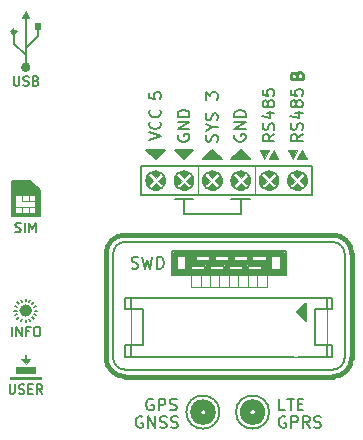
<source format=gto>
G04 #@! TF.GenerationSoftware,KiCad,Pcbnew,(5.1.9)-1*
G04 #@! TF.CreationDate,2023-02-03T01:35:12+01:00*
G04 #@! TF.ProjectId,Prog,50726f67-2e6b-4696-9361-645f70636258,rev?*
G04 #@! TF.SameCoordinates,PXd59f80PYd59f80*
G04 #@! TF.FileFunction,Legend,Top*
G04 #@! TF.FilePolarity,Positive*
%FSLAX46Y46*%
G04 Gerber Fmt 4.6, Leading zero omitted, Abs format (unit mm)*
G04 Created by KiCad (PCBNEW (5.1.9)-1) date 2023-02-03 01:35:12*
%MOMM*%
%LPD*%
G01*
G04 APERTURE LIST*
%ADD10C,0.200000*%
%ADD11C,0.400000*%
%ADD12C,0.050000*%
%ADD13C,0.150000*%
%ADD14C,0.180000*%
%ADD15C,0.250000*%
%ADD16C,0.100000*%
%ADD17C,0.550000*%
%ADD18C,0.300000*%
%ADD19C,0.500000*%
%ADD20C,2.100000*%
%ADD21C,2.000000*%
%ADD22C,2.500000*%
G04 APERTURE END LIST*
D10*
X13079523Y-39400000D02*
X12984285Y-39352380D01*
X12841428Y-39352380D01*
X12698571Y-39400000D01*
X12603333Y-39495238D01*
X12555714Y-39590476D01*
X12508095Y-39780952D01*
X12508095Y-39923809D01*
X12555714Y-40114285D01*
X12603333Y-40209523D01*
X12698571Y-40304761D01*
X12841428Y-40352380D01*
X12936666Y-40352380D01*
X13079523Y-40304761D01*
X13127142Y-40257142D01*
X13127142Y-39923809D01*
X12936666Y-39923809D01*
X13555714Y-40352380D02*
X13555714Y-39352380D01*
X14127142Y-40352380D01*
X14127142Y-39352380D01*
X14555714Y-40304761D02*
X14698571Y-40352380D01*
X14936666Y-40352380D01*
X15031904Y-40304761D01*
X15079523Y-40257142D01*
X15127142Y-40161904D01*
X15127142Y-40066666D01*
X15079523Y-39971428D01*
X15031904Y-39923809D01*
X14936666Y-39876190D01*
X14746190Y-39828571D01*
X14650952Y-39780952D01*
X14603333Y-39733333D01*
X14555714Y-39638095D01*
X14555714Y-39542857D01*
X14603333Y-39447619D01*
X14650952Y-39400000D01*
X14746190Y-39352380D01*
X14984285Y-39352380D01*
X15127142Y-39400000D01*
X15508095Y-40304761D02*
X15650952Y-40352380D01*
X15889047Y-40352380D01*
X15984285Y-40304761D01*
X16031904Y-40257142D01*
X16079523Y-40161904D01*
X16079523Y-40066666D01*
X16031904Y-39971428D01*
X15984285Y-39923809D01*
X15889047Y-39876190D01*
X15698571Y-39828571D01*
X15603333Y-39780952D01*
X15555714Y-39733333D01*
X15508095Y-39638095D01*
X15508095Y-39542857D01*
X15555714Y-39447619D01*
X15603333Y-39400000D01*
X15698571Y-39352380D01*
X15936666Y-39352380D01*
X16079523Y-39400000D01*
X27400000Y-18200000D02*
X13000000Y-18200000D01*
X13000000Y-20600000D02*
X13000000Y-18200000D01*
X27400000Y-20600000D02*
X13000000Y-20600000D01*
X30200000Y-34400000D02*
G75*
G02*
X29200000Y-35400000I-1000000J0D01*
G01*
D11*
X30800000Y-34400000D02*
G75*
G02*
X29200000Y-36000000I-1600000J0D01*
G01*
D12*
G36*
X22400000Y-38717158D02*
G01*
X22200000Y-38800000D01*
X22117158Y-39000000D01*
X22200000Y-39200000D01*
X22400000Y-39282842D01*
X22400000Y-40000000D01*
X21800000Y-39800000D01*
X21600000Y-39600000D01*
X21400000Y-39000000D01*
X21600000Y-38400000D01*
X21800000Y-38200000D01*
X22400000Y-38000000D01*
X22400000Y-38717158D01*
G37*
X22400000Y-38717158D02*
X22200000Y-38800000D01*
X22117158Y-39000000D01*
X22200000Y-39200000D01*
X22400000Y-39282842D01*
X22400000Y-40000000D01*
X21800000Y-39800000D01*
X21600000Y-39600000D01*
X21400000Y-39000000D01*
X21600000Y-38400000D01*
X21800000Y-38200000D01*
X22400000Y-38000000D01*
X22400000Y-38717158D01*
D13*
X1828571Y-36661904D02*
X1828571Y-37309523D01*
X1866666Y-37385714D01*
X1904761Y-37423809D01*
X1980952Y-37461904D01*
X2133333Y-37461904D01*
X2209523Y-37423809D01*
X2247619Y-37385714D01*
X2285714Y-37309523D01*
X2285714Y-36661904D01*
X2628571Y-37423809D02*
X2742857Y-37461904D01*
X2933333Y-37461904D01*
X3009523Y-37423809D01*
X3047619Y-37385714D01*
X3085714Y-37309523D01*
X3085714Y-37233333D01*
X3047619Y-37157142D01*
X3009523Y-37119047D01*
X2933333Y-37080952D01*
X2780952Y-37042857D01*
X2704761Y-37004761D01*
X2666666Y-36966666D01*
X2628571Y-36890476D01*
X2628571Y-36814285D01*
X2666666Y-36738095D01*
X2704761Y-36700000D01*
X2780952Y-36661904D01*
X2971428Y-36661904D01*
X3085714Y-36700000D01*
X3428571Y-37042857D02*
X3695238Y-37042857D01*
X3809523Y-37461904D02*
X3428571Y-37461904D01*
X3428571Y-36661904D01*
X3809523Y-36661904D01*
X4609523Y-37461904D02*
X4342857Y-37080952D01*
X4152380Y-37461904D02*
X4152380Y-36661904D01*
X4457142Y-36661904D01*
X4533333Y-36700000D01*
X4571428Y-36738095D01*
X4609523Y-36814285D01*
X4609523Y-36928571D01*
X4571428Y-37004761D01*
X4533333Y-37042857D01*
X4457142Y-37080952D01*
X4152380Y-37080952D01*
X2019047Y-32561904D02*
X2019047Y-31761904D01*
X2400000Y-32561904D02*
X2400000Y-31761904D01*
X2857142Y-32561904D01*
X2857142Y-31761904D01*
X3504761Y-32142857D02*
X3238095Y-32142857D01*
X3238095Y-32561904D02*
X3238095Y-31761904D01*
X3619047Y-31761904D01*
X4076190Y-31761904D02*
X4228571Y-31761904D01*
X4304761Y-31800000D01*
X4380952Y-31876190D01*
X4419047Y-32028571D01*
X4419047Y-32295238D01*
X4380952Y-32447619D01*
X4304761Y-32523809D01*
X4228571Y-32561904D01*
X4076190Y-32561904D01*
X4000000Y-32523809D01*
X3923809Y-32447619D01*
X3885714Y-32295238D01*
X3885714Y-32028571D01*
X3923809Y-31876190D01*
X4000000Y-31800000D01*
X4076190Y-31761904D01*
X2190476Y-10561904D02*
X2190476Y-11209523D01*
X2228571Y-11285714D01*
X2266666Y-11323809D01*
X2342857Y-11361904D01*
X2495238Y-11361904D01*
X2571428Y-11323809D01*
X2609523Y-11285714D01*
X2647619Y-11209523D01*
X2647619Y-10561904D01*
X2990476Y-11323809D02*
X3104761Y-11361904D01*
X3295238Y-11361904D01*
X3371428Y-11323809D01*
X3409523Y-11285714D01*
X3447619Y-11209523D01*
X3447619Y-11133333D01*
X3409523Y-11057142D01*
X3371428Y-11019047D01*
X3295238Y-10980952D01*
X3142857Y-10942857D01*
X3066666Y-10904761D01*
X3028571Y-10866666D01*
X2990476Y-10790476D01*
X2990476Y-10714285D01*
X3028571Y-10638095D01*
X3066666Y-10600000D01*
X3142857Y-10561904D01*
X3333333Y-10561904D01*
X3447619Y-10600000D01*
X4057142Y-10942857D02*
X4171428Y-10980952D01*
X4209523Y-11019047D01*
X4247619Y-11095238D01*
X4247619Y-11209523D01*
X4209523Y-11285714D01*
X4171428Y-11323809D01*
X4095238Y-11361904D01*
X3790476Y-11361904D01*
X3790476Y-10561904D01*
X4057142Y-10561904D01*
X4133333Y-10600000D01*
X4171428Y-10638095D01*
X4209523Y-10714285D01*
X4209523Y-10790476D01*
X4171428Y-10866666D01*
X4133333Y-10904761D01*
X4057142Y-10942857D01*
X3790476Y-10942857D01*
X2323809Y-23723809D02*
X2438095Y-23761904D01*
X2628571Y-23761904D01*
X2704761Y-23723809D01*
X2742857Y-23685714D01*
X2780952Y-23609523D01*
X2780952Y-23533333D01*
X2742857Y-23457142D01*
X2704761Y-23419047D01*
X2628571Y-23380952D01*
X2476190Y-23342857D01*
X2400000Y-23304761D01*
X2361904Y-23266666D01*
X2323809Y-23190476D01*
X2323809Y-23114285D01*
X2361904Y-23038095D01*
X2400000Y-23000000D01*
X2476190Y-22961904D01*
X2666666Y-22961904D01*
X2780952Y-23000000D01*
X3123809Y-23761904D02*
X3123809Y-22961904D01*
X3504761Y-23761904D02*
X3504761Y-22961904D01*
X3771428Y-23533333D01*
X4038095Y-22961904D01*
X4038095Y-23761904D01*
D10*
X13979523Y-37900000D02*
X13884285Y-37852380D01*
X13741428Y-37852380D01*
X13598571Y-37900000D01*
X13503333Y-37995238D01*
X13455714Y-38090476D01*
X13408095Y-38280952D01*
X13408095Y-38423809D01*
X13455714Y-38614285D01*
X13503333Y-38709523D01*
X13598571Y-38804761D01*
X13741428Y-38852380D01*
X13836666Y-38852380D01*
X13979523Y-38804761D01*
X14027142Y-38757142D01*
X14027142Y-38423809D01*
X13836666Y-38423809D01*
X14455714Y-38852380D02*
X14455714Y-37852380D01*
X14836666Y-37852380D01*
X14931904Y-37900000D01*
X14979523Y-37947619D01*
X15027142Y-38042857D01*
X15027142Y-38185714D01*
X14979523Y-38280952D01*
X14931904Y-38328571D01*
X14836666Y-38376190D01*
X14455714Y-38376190D01*
X15408095Y-38804761D02*
X15550952Y-38852380D01*
X15789047Y-38852380D01*
X15884285Y-38804761D01*
X15931904Y-38757142D01*
X15979523Y-38661904D01*
X15979523Y-38566666D01*
X15931904Y-38471428D01*
X15884285Y-38423809D01*
X15789047Y-38376190D01*
X15598571Y-38328571D01*
X15503333Y-38280952D01*
X15455714Y-38233333D01*
X15408095Y-38138095D01*
X15408095Y-38042857D01*
X15455714Y-37947619D01*
X15503333Y-37900000D01*
X15598571Y-37852380D01*
X15836666Y-37852380D01*
X15979523Y-37900000D01*
X25191904Y-39400000D02*
X25096666Y-39352380D01*
X24953809Y-39352380D01*
X24810952Y-39400000D01*
X24715714Y-39495238D01*
X24668095Y-39590476D01*
X24620476Y-39780952D01*
X24620476Y-39923809D01*
X24668095Y-40114285D01*
X24715714Y-40209523D01*
X24810952Y-40304761D01*
X24953809Y-40352380D01*
X25049047Y-40352380D01*
X25191904Y-40304761D01*
X25239523Y-40257142D01*
X25239523Y-39923809D01*
X25049047Y-39923809D01*
X25668095Y-40352380D02*
X25668095Y-39352380D01*
X26049047Y-39352380D01*
X26144285Y-39400000D01*
X26191904Y-39447619D01*
X26239523Y-39542857D01*
X26239523Y-39685714D01*
X26191904Y-39780952D01*
X26144285Y-39828571D01*
X26049047Y-39876190D01*
X25668095Y-39876190D01*
X27239523Y-40352380D02*
X26906190Y-39876190D01*
X26668095Y-40352380D02*
X26668095Y-39352380D01*
X27049047Y-39352380D01*
X27144285Y-39400000D01*
X27191904Y-39447619D01*
X27239523Y-39542857D01*
X27239523Y-39685714D01*
X27191904Y-39780952D01*
X27144285Y-39828571D01*
X27049047Y-39876190D01*
X26668095Y-39876190D01*
X27620476Y-40304761D02*
X27763333Y-40352380D01*
X28001428Y-40352380D01*
X28096666Y-40304761D01*
X28144285Y-40257142D01*
X28191904Y-40161904D01*
X28191904Y-40066666D01*
X28144285Y-39971428D01*
X28096666Y-39923809D01*
X28001428Y-39876190D01*
X27810952Y-39828571D01*
X27715714Y-39780952D01*
X27668095Y-39733333D01*
X27620476Y-39638095D01*
X27620476Y-39542857D01*
X27668095Y-39447619D01*
X27715714Y-39400000D01*
X27810952Y-39352380D01*
X28049047Y-39352380D01*
X28191904Y-39400000D01*
X25144285Y-38852380D02*
X24668095Y-38852380D01*
X24668095Y-37852380D01*
X25334761Y-37852380D02*
X25906190Y-37852380D01*
X25620476Y-38852380D02*
X25620476Y-37852380D01*
X26239523Y-38328571D02*
X26572857Y-38328571D01*
X26715714Y-38852380D02*
X26239523Y-38852380D01*
X26239523Y-37852380D01*
X26715714Y-37852380D01*
D12*
G36*
X23000000Y-38200000D02*
G01*
X23200000Y-38400000D01*
X23400000Y-39000000D01*
X23200000Y-39600000D01*
X23000000Y-39800000D01*
X22400000Y-40000000D01*
X22400000Y-39282842D01*
X22600000Y-39200000D01*
X22682842Y-39000000D01*
X22600000Y-38800000D01*
X22400000Y-38717158D01*
X22400000Y-38000000D01*
X23000000Y-38200000D01*
G37*
X23000000Y-38200000D02*
X23200000Y-38400000D01*
X23400000Y-39000000D01*
X23200000Y-39600000D01*
X23000000Y-39800000D01*
X22400000Y-40000000D01*
X22400000Y-39282842D01*
X22600000Y-39200000D01*
X22682842Y-39000000D01*
X22600000Y-38800000D01*
X22400000Y-38717158D01*
X22400000Y-38000000D01*
X23000000Y-38200000D01*
D13*
X23400000Y-39000000D02*
G75*
G03*
X23400000Y-39000000I-1000000J0D01*
G01*
X22682843Y-39000000D02*
G75*
G03*
X22682843Y-39000000I-282843J0D01*
G01*
X23800000Y-39000000D02*
G75*
G03*
X23800000Y-39000000I-1400000J0D01*
G01*
D12*
G36*
X18800000Y-38200000D02*
G01*
X19000000Y-38400000D01*
X19200000Y-39000000D01*
X19000000Y-39600000D01*
X18800000Y-39800000D01*
X18200000Y-40000000D01*
X18200000Y-39282842D01*
X18400000Y-39200000D01*
X18482842Y-39000000D01*
X18400000Y-38800000D01*
X18200000Y-38717158D01*
X18200000Y-38000000D01*
X18800000Y-38200000D01*
G37*
X18800000Y-38200000D02*
X19000000Y-38400000D01*
X19200000Y-39000000D01*
X19000000Y-39600000D01*
X18800000Y-39800000D01*
X18200000Y-40000000D01*
X18200000Y-39282842D01*
X18400000Y-39200000D01*
X18482842Y-39000000D01*
X18400000Y-38800000D01*
X18200000Y-38717158D01*
X18200000Y-38000000D01*
X18800000Y-38200000D01*
G36*
X18200000Y-38717158D02*
G01*
X18000000Y-38800000D01*
X17917158Y-39000000D01*
X18000000Y-39200000D01*
X18200000Y-39282842D01*
X18200000Y-40000000D01*
X17600000Y-39800000D01*
X17400000Y-39600000D01*
X17200000Y-39000000D01*
X17400000Y-38400000D01*
X17600000Y-38200000D01*
X18200000Y-38000000D01*
X18200000Y-38717158D01*
G37*
X18200000Y-38717158D02*
X18000000Y-38800000D01*
X17917158Y-39000000D01*
X18000000Y-39200000D01*
X18200000Y-39282842D01*
X18200000Y-40000000D01*
X17600000Y-39800000D01*
X17400000Y-39600000D01*
X17200000Y-39000000D01*
X17400000Y-38400000D01*
X17600000Y-38200000D01*
X18200000Y-38000000D01*
X18200000Y-38717158D01*
D13*
X18482843Y-39000000D02*
G75*
G03*
X18482843Y-39000000I-282843J0D01*
G01*
X19200000Y-39000000D02*
G75*
G03*
X19200000Y-39000000I-1000000J0D01*
G01*
X19600000Y-39000000D02*
G75*
G03*
X19600000Y-39000000I-1400000J0D01*
G01*
D14*
X18452380Y-12540142D02*
X18452380Y-11921095D01*
X18833333Y-12254428D01*
X18833333Y-12111571D01*
X18880952Y-12016333D01*
X18928571Y-11968714D01*
X19023809Y-11921095D01*
X19261904Y-11921095D01*
X19357142Y-11968714D01*
X19404761Y-12016333D01*
X19452380Y-12111571D01*
X19452380Y-12397285D01*
X19404761Y-12492523D01*
X19357142Y-12540142D01*
X13652380Y-11968714D02*
X13652380Y-12444904D01*
X14128571Y-12492523D01*
X14080952Y-12444904D01*
X14033333Y-12349666D01*
X14033333Y-12111571D01*
X14080952Y-12016333D01*
X14128571Y-11968714D01*
X14223809Y-11921095D01*
X14461904Y-11921095D01*
X14557142Y-11968714D01*
X14604761Y-12016333D01*
X14652380Y-12111571D01*
X14652380Y-12349666D01*
X14604761Y-12444904D01*
X14557142Y-12492523D01*
X20900000Y-15521095D02*
X20852380Y-15616333D01*
X20852380Y-15759190D01*
X20900000Y-15902047D01*
X20995238Y-15997285D01*
X21090476Y-16044904D01*
X21280952Y-16092523D01*
X21423809Y-16092523D01*
X21614285Y-16044904D01*
X21709523Y-15997285D01*
X21804761Y-15902047D01*
X21852380Y-15759190D01*
X21852380Y-15663952D01*
X21804761Y-15521095D01*
X21757142Y-15473476D01*
X21423809Y-15473476D01*
X21423809Y-15663952D01*
X21852380Y-15044904D02*
X20852380Y-15044904D01*
X21852380Y-14473476D01*
X20852380Y-14473476D01*
X21852380Y-13997285D02*
X20852380Y-13997285D01*
X20852380Y-13759190D01*
X20900000Y-13616333D01*
X20995238Y-13521095D01*
X21090476Y-13473476D01*
X21280952Y-13425857D01*
X21423809Y-13425857D01*
X21614285Y-13473476D01*
X21709523Y-13521095D01*
X21804761Y-13616333D01*
X21852380Y-13759190D01*
X21852380Y-13997285D01*
D15*
X26128571Y-10466071D02*
X26176190Y-10323214D01*
X26223809Y-10275595D01*
X26319047Y-10227976D01*
X26461904Y-10227976D01*
X26557142Y-10275595D01*
X26604761Y-10323214D01*
X26652380Y-10418452D01*
X26652380Y-10799404D01*
X25652380Y-10799404D01*
X25652380Y-10466071D01*
X25700000Y-10370833D01*
X25747619Y-10323214D01*
X25842857Y-10275595D01*
X25938095Y-10275595D01*
X26033333Y-10323214D01*
X26080952Y-10370833D01*
X26128571Y-10466071D01*
X26128571Y-10799404D01*
D14*
X26652380Y-15473476D02*
X26176190Y-15806809D01*
X26652380Y-16044904D02*
X25652380Y-16044904D01*
X25652380Y-15663952D01*
X25700000Y-15568714D01*
X25747619Y-15521095D01*
X25842857Y-15473476D01*
X25985714Y-15473476D01*
X26080952Y-15521095D01*
X26128571Y-15568714D01*
X26176190Y-15663952D01*
X26176190Y-16044904D01*
X26604761Y-15092523D02*
X26652380Y-14949666D01*
X26652380Y-14711571D01*
X26604761Y-14616333D01*
X26557142Y-14568714D01*
X26461904Y-14521095D01*
X26366666Y-14521095D01*
X26271428Y-14568714D01*
X26223809Y-14616333D01*
X26176190Y-14711571D01*
X26128571Y-14902047D01*
X26080952Y-14997285D01*
X26033333Y-15044904D01*
X25938095Y-15092523D01*
X25842857Y-15092523D01*
X25747619Y-15044904D01*
X25700000Y-14997285D01*
X25652380Y-14902047D01*
X25652380Y-14663952D01*
X25700000Y-14521095D01*
X25985714Y-13663952D02*
X26652380Y-13663952D01*
X25604761Y-13902047D02*
X26319047Y-14140142D01*
X26319047Y-13521095D01*
X26080952Y-12997285D02*
X26033333Y-13092523D01*
X25985714Y-13140142D01*
X25890476Y-13187761D01*
X25842857Y-13187761D01*
X25747619Y-13140142D01*
X25700000Y-13092523D01*
X25652380Y-12997285D01*
X25652380Y-12806809D01*
X25700000Y-12711571D01*
X25747619Y-12663952D01*
X25842857Y-12616333D01*
X25890476Y-12616333D01*
X25985714Y-12663952D01*
X26033333Y-12711571D01*
X26080952Y-12806809D01*
X26080952Y-12997285D01*
X26128571Y-13092523D01*
X26176190Y-13140142D01*
X26271428Y-13187761D01*
X26461904Y-13187761D01*
X26557142Y-13140142D01*
X26604761Y-13092523D01*
X26652380Y-12997285D01*
X26652380Y-12806809D01*
X26604761Y-12711571D01*
X26557142Y-12663952D01*
X26461904Y-12616333D01*
X26271428Y-12616333D01*
X26176190Y-12663952D01*
X26128571Y-12711571D01*
X26080952Y-12806809D01*
X25652380Y-11711571D02*
X25652380Y-12187761D01*
X26128571Y-12235380D01*
X26080952Y-12187761D01*
X26033333Y-12092523D01*
X26033333Y-11854428D01*
X26080952Y-11759190D01*
X26128571Y-11711571D01*
X26223809Y-11663952D01*
X26461904Y-11663952D01*
X26557142Y-11711571D01*
X26604761Y-11759190D01*
X26652380Y-11854428D01*
X26652380Y-12092523D01*
X26604761Y-12187761D01*
X26557142Y-12235380D01*
X24252380Y-15473476D02*
X23776190Y-15806809D01*
X24252380Y-16044904D02*
X23252380Y-16044904D01*
X23252380Y-15663952D01*
X23300000Y-15568714D01*
X23347619Y-15521095D01*
X23442857Y-15473476D01*
X23585714Y-15473476D01*
X23680952Y-15521095D01*
X23728571Y-15568714D01*
X23776190Y-15663952D01*
X23776190Y-16044904D01*
X24204761Y-15092523D02*
X24252380Y-14949666D01*
X24252380Y-14711571D01*
X24204761Y-14616333D01*
X24157142Y-14568714D01*
X24061904Y-14521095D01*
X23966666Y-14521095D01*
X23871428Y-14568714D01*
X23823809Y-14616333D01*
X23776190Y-14711571D01*
X23728571Y-14902047D01*
X23680952Y-14997285D01*
X23633333Y-15044904D01*
X23538095Y-15092523D01*
X23442857Y-15092523D01*
X23347619Y-15044904D01*
X23300000Y-14997285D01*
X23252380Y-14902047D01*
X23252380Y-14663952D01*
X23300000Y-14521095D01*
X23585714Y-13663952D02*
X24252380Y-13663952D01*
X23204761Y-13902047D02*
X23919047Y-14140142D01*
X23919047Y-13521095D01*
X23680952Y-12997285D02*
X23633333Y-13092523D01*
X23585714Y-13140142D01*
X23490476Y-13187761D01*
X23442857Y-13187761D01*
X23347619Y-13140142D01*
X23300000Y-13092523D01*
X23252380Y-12997285D01*
X23252380Y-12806809D01*
X23300000Y-12711571D01*
X23347619Y-12663952D01*
X23442857Y-12616333D01*
X23490476Y-12616333D01*
X23585714Y-12663952D01*
X23633333Y-12711571D01*
X23680952Y-12806809D01*
X23680952Y-12997285D01*
X23728571Y-13092523D01*
X23776190Y-13140142D01*
X23871428Y-13187761D01*
X24061904Y-13187761D01*
X24157142Y-13140142D01*
X24204761Y-13092523D01*
X24252380Y-12997285D01*
X24252380Y-12806809D01*
X24204761Y-12711571D01*
X24157142Y-12663952D01*
X24061904Y-12616333D01*
X23871428Y-12616333D01*
X23776190Y-12663952D01*
X23728571Y-12711571D01*
X23680952Y-12806809D01*
X23252380Y-11711571D02*
X23252380Y-12187761D01*
X23728571Y-12235380D01*
X23680952Y-12187761D01*
X23633333Y-12092523D01*
X23633333Y-11854428D01*
X23680952Y-11759190D01*
X23728571Y-11711571D01*
X23823809Y-11663952D01*
X24061904Y-11663952D01*
X24157142Y-11711571D01*
X24204761Y-11759190D01*
X24252380Y-11854428D01*
X24252380Y-12092523D01*
X24204761Y-12187761D01*
X24157142Y-12235380D01*
D16*
G36*
X25800000Y-17600000D02*
G01*
X25400000Y-16800000D01*
X26200000Y-16800000D01*
X25800000Y-17600000D01*
G37*
X25800000Y-17600000D02*
X25400000Y-16800000D01*
X26200000Y-16800000D01*
X25800000Y-17600000D01*
G36*
X27000000Y-17600000D02*
G01*
X26200000Y-17600000D01*
X26600000Y-16800000D01*
X27000000Y-17600000D01*
G37*
X27000000Y-17600000D02*
X26200000Y-17600000D01*
X26600000Y-16800000D01*
X27000000Y-17600000D01*
G36*
X24600000Y-17600000D02*
G01*
X23800000Y-17600000D01*
X24200000Y-16800000D01*
X24600000Y-17600000D01*
G37*
X24600000Y-17600000D02*
X23800000Y-17600000D01*
X24200000Y-16800000D01*
X24600000Y-17600000D01*
G36*
X23400000Y-17600000D02*
G01*
X23000000Y-16800000D01*
X23800000Y-16800000D01*
X23400000Y-17600000D01*
G37*
X23400000Y-17600000D02*
X23000000Y-16800000D01*
X23800000Y-16800000D01*
X23400000Y-17600000D01*
D13*
G36*
X22200000Y-17600000D02*
G01*
X20600000Y-17600000D01*
X21400000Y-16800000D01*
X22200000Y-17600000D01*
G37*
X22200000Y-17600000D02*
X20600000Y-17600000D01*
X21400000Y-16800000D01*
X22200000Y-17600000D01*
G36*
X19800000Y-17600000D02*
G01*
X18200000Y-17600000D01*
X19000000Y-16800000D01*
X19800000Y-17600000D01*
G37*
X19800000Y-17600000D02*
X18200000Y-17600000D01*
X19000000Y-16800000D01*
X19800000Y-17600000D01*
G36*
X14200000Y-17600000D02*
G01*
X13400000Y-16800000D01*
X15000000Y-16800000D01*
X14200000Y-17600000D01*
G37*
X14200000Y-17600000D02*
X13400000Y-16800000D01*
X15000000Y-16800000D01*
X14200000Y-17600000D01*
G36*
X16600000Y-17600000D02*
G01*
X15800000Y-16800000D01*
X17400000Y-16800000D01*
X16600000Y-17600000D01*
G37*
X16600000Y-17600000D02*
X15800000Y-16800000D01*
X17400000Y-16800000D01*
X16600000Y-17600000D01*
D10*
X20600000Y-21000000D02*
X22200000Y-21000000D01*
X15800000Y-21000000D02*
X17400000Y-21000000D01*
X21400000Y-22200000D02*
X21400000Y-21000000D01*
X16600000Y-22200000D02*
X21400000Y-22200000D01*
X16600000Y-21000000D02*
X16600000Y-22200000D01*
D14*
X19404761Y-16092523D02*
X19452380Y-15949666D01*
X19452380Y-15711571D01*
X19404761Y-15616333D01*
X19357142Y-15568714D01*
X19261904Y-15521095D01*
X19166666Y-15521095D01*
X19071428Y-15568714D01*
X19023809Y-15616333D01*
X18976190Y-15711571D01*
X18928571Y-15902047D01*
X18880952Y-15997285D01*
X18833333Y-16044904D01*
X18738095Y-16092523D01*
X18642857Y-16092523D01*
X18547619Y-16044904D01*
X18500000Y-15997285D01*
X18452380Y-15902047D01*
X18452380Y-15663952D01*
X18500000Y-15521095D01*
X18976190Y-14902047D02*
X19452380Y-14902047D01*
X18452380Y-15235380D02*
X18976190Y-14902047D01*
X18452380Y-14568714D01*
X19404761Y-14283000D02*
X19452380Y-14140142D01*
X19452380Y-13902047D01*
X19404761Y-13806809D01*
X19357142Y-13759190D01*
X19261904Y-13711571D01*
X19166666Y-13711571D01*
X19071428Y-13759190D01*
X19023809Y-13806809D01*
X18976190Y-13902047D01*
X18928571Y-14092523D01*
X18880952Y-14187761D01*
X18833333Y-14235380D01*
X18738095Y-14283000D01*
X18642857Y-14283000D01*
X18547619Y-14235380D01*
X18500000Y-14187761D01*
X18452380Y-14092523D01*
X18452380Y-13854428D01*
X18500000Y-13711571D01*
X16100000Y-15521095D02*
X16052380Y-15616333D01*
X16052380Y-15759190D01*
X16100000Y-15902047D01*
X16195238Y-15997285D01*
X16290476Y-16044904D01*
X16480952Y-16092523D01*
X16623809Y-16092523D01*
X16814285Y-16044904D01*
X16909523Y-15997285D01*
X17004761Y-15902047D01*
X17052380Y-15759190D01*
X17052380Y-15663952D01*
X17004761Y-15521095D01*
X16957142Y-15473476D01*
X16623809Y-15473476D01*
X16623809Y-15663952D01*
X17052380Y-15044904D02*
X16052380Y-15044904D01*
X17052380Y-14473476D01*
X16052380Y-14473476D01*
X17052380Y-13997285D02*
X16052380Y-13997285D01*
X16052380Y-13759190D01*
X16100000Y-13616333D01*
X16195238Y-13521095D01*
X16290476Y-13473476D01*
X16480952Y-13425857D01*
X16623809Y-13425857D01*
X16814285Y-13473476D01*
X16909523Y-13521095D01*
X17004761Y-13616333D01*
X17052380Y-13759190D01*
X17052380Y-13997285D01*
X13652380Y-15987761D02*
X14652380Y-15654428D01*
X13652380Y-15321095D01*
X14557142Y-14416333D02*
X14604761Y-14463952D01*
X14652380Y-14606809D01*
X14652380Y-14702047D01*
X14604761Y-14844904D01*
X14509523Y-14940142D01*
X14414285Y-14987761D01*
X14223809Y-15035380D01*
X14080952Y-15035380D01*
X13890476Y-14987761D01*
X13795238Y-14940142D01*
X13700000Y-14844904D01*
X13652380Y-14702047D01*
X13652380Y-14606809D01*
X13700000Y-14463952D01*
X13747619Y-14416333D01*
X14557142Y-13416333D02*
X14604761Y-13463952D01*
X14652380Y-13606809D01*
X14652380Y-13702047D01*
X14604761Y-13844904D01*
X14509523Y-13940142D01*
X14414285Y-13987761D01*
X14223809Y-14035380D01*
X14080952Y-14035380D01*
X13890476Y-13987761D01*
X13795238Y-13940142D01*
X13700000Y-13844904D01*
X13652380Y-13702047D01*
X13652380Y-13606809D01*
X13700000Y-13463952D01*
X13747619Y-13416333D01*
D10*
X27400000Y-20600000D02*
X27400000Y-18200000D01*
D13*
X24600000Y-19400000D02*
G75*
G03*
X24600000Y-19400000I-800000J0D01*
G01*
D12*
G36*
X24600000Y-19200000D02*
G01*
X24600000Y-19600000D01*
X24400000Y-19800000D01*
X24000000Y-19400000D01*
X24400000Y-19000000D01*
X24600000Y-19200000D01*
G37*
X24600000Y-19200000D02*
X24600000Y-19600000D01*
X24400000Y-19800000D01*
X24000000Y-19400000D01*
X24400000Y-19000000D01*
X24600000Y-19200000D01*
G36*
X24200000Y-18800000D02*
G01*
X23800000Y-19200000D01*
X23400000Y-18800000D01*
X23600000Y-18600000D01*
X24000000Y-18600000D01*
X24200000Y-18800000D01*
G37*
X24200000Y-18800000D02*
X23800000Y-19200000D01*
X23400000Y-18800000D01*
X23600000Y-18600000D01*
X24000000Y-18600000D01*
X24200000Y-18800000D01*
G36*
X26600000Y-20000000D02*
G01*
X26400000Y-20200000D01*
X26000000Y-20200000D01*
X25800000Y-20000000D01*
X26200000Y-19600000D01*
X26600000Y-20000000D01*
G37*
X26600000Y-20000000D02*
X26400000Y-20200000D01*
X26000000Y-20200000D01*
X25800000Y-20000000D01*
X26200000Y-19600000D01*
X26600000Y-20000000D01*
G36*
X26000000Y-19400000D02*
G01*
X25600000Y-19800000D01*
X25400000Y-19600000D01*
X25400000Y-19200000D01*
X25600000Y-19000000D01*
X26000000Y-19400000D01*
G37*
X26000000Y-19400000D02*
X25600000Y-19800000D01*
X25400000Y-19600000D01*
X25400000Y-19200000D01*
X25600000Y-19000000D01*
X26000000Y-19400000D01*
G36*
X24200000Y-20000000D02*
G01*
X24000000Y-20200000D01*
X23600000Y-20200000D01*
X23400000Y-20000000D01*
X23800000Y-19600000D01*
X24200000Y-20000000D01*
G37*
X24200000Y-20000000D02*
X24000000Y-20200000D01*
X23600000Y-20200000D01*
X23400000Y-20000000D01*
X23800000Y-19600000D01*
X24200000Y-20000000D01*
G36*
X27000000Y-19200000D02*
G01*
X27000000Y-19600000D01*
X26800000Y-19800000D01*
X26400000Y-19400000D01*
X26800000Y-19000000D01*
X27000000Y-19200000D01*
G37*
X27000000Y-19200000D02*
X27000000Y-19600000D01*
X26800000Y-19800000D01*
X26400000Y-19400000D01*
X26800000Y-19000000D01*
X27000000Y-19200000D01*
G36*
X23600000Y-19400000D02*
G01*
X23200000Y-19800000D01*
X23000000Y-19600000D01*
X23000000Y-19200000D01*
X23200000Y-19000000D01*
X23600000Y-19400000D01*
G37*
X23600000Y-19400000D02*
X23200000Y-19800000D01*
X23000000Y-19600000D01*
X23000000Y-19200000D01*
X23200000Y-19000000D01*
X23600000Y-19400000D01*
G36*
X26600000Y-18800000D02*
G01*
X26200000Y-19200000D01*
X25800000Y-18800000D01*
X26000000Y-18600000D01*
X26400000Y-18600000D01*
X26600000Y-18800000D01*
G37*
X26600000Y-18800000D02*
X26200000Y-19200000D01*
X25800000Y-18800000D01*
X26000000Y-18600000D01*
X26400000Y-18600000D01*
X26600000Y-18800000D01*
D13*
X27000000Y-19400000D02*
G75*
G03*
X27000000Y-19400000I-800000J0D01*
G01*
X19800000Y-19400000D02*
G75*
G03*
X19800000Y-19400000I-800000J0D01*
G01*
D12*
G36*
X19800000Y-19200000D02*
G01*
X19800000Y-19600000D01*
X19600000Y-19800000D01*
X19200000Y-19400000D01*
X19600000Y-19000000D01*
X19800000Y-19200000D01*
G37*
X19800000Y-19200000D02*
X19800000Y-19600000D01*
X19600000Y-19800000D01*
X19200000Y-19400000D01*
X19600000Y-19000000D01*
X19800000Y-19200000D01*
G36*
X19400000Y-18800000D02*
G01*
X19000000Y-19200000D01*
X18600000Y-18800000D01*
X18800000Y-18600000D01*
X19200000Y-18600000D01*
X19400000Y-18800000D01*
G37*
X19400000Y-18800000D02*
X19000000Y-19200000D01*
X18600000Y-18800000D01*
X18800000Y-18600000D01*
X19200000Y-18600000D01*
X19400000Y-18800000D01*
G36*
X21800000Y-20000000D02*
G01*
X21600000Y-20200000D01*
X21200000Y-20200000D01*
X21000000Y-20000000D01*
X21400000Y-19600000D01*
X21800000Y-20000000D01*
G37*
X21800000Y-20000000D02*
X21600000Y-20200000D01*
X21200000Y-20200000D01*
X21000000Y-20000000D01*
X21400000Y-19600000D01*
X21800000Y-20000000D01*
G36*
X21200000Y-19400000D02*
G01*
X20800000Y-19800000D01*
X20600000Y-19600000D01*
X20600000Y-19200000D01*
X20800000Y-19000000D01*
X21200000Y-19400000D01*
G37*
X21200000Y-19400000D02*
X20800000Y-19800000D01*
X20600000Y-19600000D01*
X20600000Y-19200000D01*
X20800000Y-19000000D01*
X21200000Y-19400000D01*
G36*
X19400000Y-20000000D02*
G01*
X19200000Y-20200000D01*
X18800000Y-20200000D01*
X18600000Y-20000000D01*
X19000000Y-19600000D01*
X19400000Y-20000000D01*
G37*
X19400000Y-20000000D02*
X19200000Y-20200000D01*
X18800000Y-20200000D01*
X18600000Y-20000000D01*
X19000000Y-19600000D01*
X19400000Y-20000000D01*
D16*
X22600000Y-20600000D02*
X22600000Y-18200000D01*
X17800000Y-20600000D02*
X17800000Y-18200000D01*
D12*
G36*
X22200000Y-19200000D02*
G01*
X22200000Y-19600000D01*
X22000000Y-19800000D01*
X21600000Y-19400000D01*
X22000000Y-19000000D01*
X22200000Y-19200000D01*
G37*
X22200000Y-19200000D02*
X22200000Y-19600000D01*
X22000000Y-19800000D01*
X21600000Y-19400000D01*
X22000000Y-19000000D01*
X22200000Y-19200000D01*
G36*
X18800000Y-19400000D02*
G01*
X18400000Y-19800000D01*
X18200000Y-19600000D01*
X18200000Y-19200000D01*
X18400000Y-19000000D01*
X18800000Y-19400000D01*
G37*
X18800000Y-19400000D02*
X18400000Y-19800000D01*
X18200000Y-19600000D01*
X18200000Y-19200000D01*
X18400000Y-19000000D01*
X18800000Y-19400000D01*
G36*
X21800000Y-18800000D02*
G01*
X21400000Y-19200000D01*
X21000000Y-18800000D01*
X21200000Y-18600000D01*
X21600000Y-18600000D01*
X21800000Y-18800000D01*
G37*
X21800000Y-18800000D02*
X21400000Y-19200000D01*
X21000000Y-18800000D01*
X21200000Y-18600000D01*
X21600000Y-18600000D01*
X21800000Y-18800000D01*
D13*
X22200000Y-19400000D02*
G75*
G03*
X22200000Y-19400000I-800000J0D01*
G01*
X17400000Y-19400000D02*
G75*
G03*
X17400000Y-19400000I-800000J0D01*
G01*
D12*
G36*
X17400000Y-19200000D02*
G01*
X17400000Y-19600000D01*
X17200000Y-19800000D01*
X16800000Y-19400000D01*
X17200000Y-19000000D01*
X17400000Y-19200000D01*
G37*
X17400000Y-19200000D02*
X17400000Y-19600000D01*
X17200000Y-19800000D01*
X16800000Y-19400000D01*
X17200000Y-19000000D01*
X17400000Y-19200000D01*
G36*
X17000000Y-18800000D02*
G01*
X16600000Y-19200000D01*
X16200000Y-18800000D01*
X16400000Y-18600000D01*
X16800000Y-18600000D01*
X17000000Y-18800000D01*
G37*
X17000000Y-18800000D02*
X16600000Y-19200000D01*
X16200000Y-18800000D01*
X16400000Y-18600000D01*
X16800000Y-18600000D01*
X17000000Y-18800000D01*
G36*
X17000000Y-20000000D02*
G01*
X16800000Y-20200000D01*
X16400000Y-20200000D01*
X16200000Y-20000000D01*
X16600000Y-19600000D01*
X17000000Y-20000000D01*
G37*
X17000000Y-20000000D02*
X16800000Y-20200000D01*
X16400000Y-20200000D01*
X16200000Y-20000000D01*
X16600000Y-19600000D01*
X17000000Y-20000000D01*
G36*
X16400000Y-19400000D02*
G01*
X16000000Y-19800000D01*
X15800000Y-19600000D01*
X15800000Y-19200000D01*
X16000000Y-19000000D01*
X16400000Y-19400000D01*
G37*
X16400000Y-19400000D02*
X16000000Y-19800000D01*
X15800000Y-19600000D01*
X15800000Y-19200000D01*
X16000000Y-19000000D01*
X16400000Y-19400000D01*
G36*
X14600000Y-18800000D02*
G01*
X14200000Y-19200000D01*
X13800000Y-18800000D01*
X14000000Y-18600000D01*
X14400000Y-18600000D01*
X14600000Y-18800000D01*
G37*
X14600000Y-18800000D02*
X14200000Y-19200000D01*
X13800000Y-18800000D01*
X14000000Y-18600000D01*
X14400000Y-18600000D01*
X14600000Y-18800000D01*
G36*
X14000000Y-19400000D02*
G01*
X13600000Y-19800000D01*
X13400000Y-19600000D01*
X13400000Y-19200000D01*
X13600000Y-19000000D01*
X14000000Y-19400000D01*
G37*
X14000000Y-19400000D02*
X13600000Y-19800000D01*
X13400000Y-19600000D01*
X13400000Y-19200000D01*
X13600000Y-19000000D01*
X14000000Y-19400000D01*
G36*
X14600000Y-20000000D02*
G01*
X14400000Y-20200000D01*
X14000000Y-20200000D01*
X13800000Y-20000000D01*
X14200000Y-19600000D01*
X14600000Y-20000000D01*
G37*
X14600000Y-20000000D02*
X14400000Y-20200000D01*
X14000000Y-20200000D01*
X13800000Y-20000000D01*
X14200000Y-19600000D01*
X14600000Y-20000000D01*
G36*
X15000000Y-19200000D02*
G01*
X15000000Y-19600000D01*
X14800000Y-19800000D01*
X14400000Y-19400000D01*
X14800000Y-19000000D01*
X15000000Y-19200000D01*
G37*
X15000000Y-19200000D02*
X15000000Y-19600000D01*
X14800000Y-19800000D01*
X14400000Y-19400000D01*
X14800000Y-19000000D01*
X15000000Y-19200000D01*
D13*
X15000000Y-19400000D02*
G75*
G03*
X15000000Y-19400000I-800000J0D01*
G01*
D11*
X11600000Y-36000000D02*
X29200000Y-36000000D01*
X11600000Y-36000000D02*
G75*
G02*
X10000000Y-34400000I0J1600000D01*
G01*
X11600000Y-24000000D02*
X29200000Y-24000000D01*
X30800000Y-34400000D02*
X30800000Y-25600000D01*
X29200000Y-24000000D02*
G75*
G02*
X30800000Y-25600000I0J-1600000D01*
G01*
X10000000Y-25600000D02*
G75*
G02*
X11600000Y-24000000I1600000J0D01*
G01*
X10000000Y-25600000D02*
X10000000Y-34400000D01*
D10*
X11600000Y-35400000D02*
X29200000Y-35400000D01*
X11600000Y-24600000D02*
X29200000Y-24600000D01*
X30200000Y-34400000D02*
X30200000Y-25600000D01*
X29200000Y-24600000D02*
G75*
G02*
X30200000Y-25600000I0J-1000000D01*
G01*
X10600000Y-25600000D02*
X10600000Y-34400000D01*
X11600000Y-35400000D02*
G75*
G02*
X10600000Y-34400000I0J1000000D01*
G01*
X10600000Y-25600000D02*
G75*
G02*
X11600000Y-24600000I1000000J0D01*
G01*
X12165238Y-26804761D02*
X12308095Y-26852380D01*
X12546190Y-26852380D01*
X12641428Y-26804761D01*
X12689047Y-26757142D01*
X12736666Y-26661904D01*
X12736666Y-26566666D01*
X12689047Y-26471428D01*
X12641428Y-26423809D01*
X12546190Y-26376190D01*
X12355714Y-26328571D01*
X12260476Y-26280952D01*
X12212857Y-26233333D01*
X12165238Y-26138095D01*
X12165238Y-26042857D01*
X12212857Y-25947619D01*
X12260476Y-25900000D01*
X12355714Y-25852380D01*
X12593809Y-25852380D01*
X12736666Y-25900000D01*
X13070000Y-25852380D02*
X13308095Y-26852380D01*
X13498571Y-26138095D01*
X13689047Y-26852380D01*
X13927142Y-25852380D01*
X14308095Y-26852380D02*
X14308095Y-25852380D01*
X14546190Y-25852380D01*
X14689047Y-25900000D01*
X14784285Y-25995238D01*
X14831904Y-26090476D01*
X14879523Y-26280952D01*
X14879523Y-26423809D01*
X14831904Y-26614285D01*
X14784285Y-26709523D01*
X14689047Y-26804761D01*
X14546190Y-26852380D01*
X14308095Y-26852380D01*
X3200000Y-34600000D02*
X3200000Y-34200000D01*
D16*
G36*
X3200000Y-34900000D02*
G01*
X2800000Y-34500000D01*
X3600000Y-34500000D01*
X3200000Y-34900000D01*
G37*
X3200000Y-34900000D02*
X2800000Y-34500000D01*
X3600000Y-34500000D01*
X3200000Y-34900000D01*
G36*
X4500000Y-36200000D02*
G01*
X1900000Y-36200000D01*
X1900000Y-36000000D01*
X4500000Y-36000000D01*
X4500000Y-36200000D01*
G37*
X4500000Y-36200000D02*
X1900000Y-36200000D01*
X1900000Y-36000000D01*
X4500000Y-36000000D01*
X4500000Y-36200000D01*
G36*
X4000000Y-35700000D02*
G01*
X2400000Y-35700000D01*
X2400000Y-35200000D01*
X4000000Y-35200000D01*
X4000000Y-35700000D01*
G37*
X4000000Y-35700000D02*
X2400000Y-35700000D01*
X2400000Y-35200000D01*
X4000000Y-35200000D01*
X4000000Y-35700000D01*
D17*
X3475000Y-30400000D02*
G75*
G03*
X3475000Y-30400000I-275000J0D01*
G01*
D13*
X3900000Y-30100000D02*
X4100000Y-30025000D01*
X3750000Y-29850000D02*
X3900000Y-29700000D01*
X3500000Y-29700000D02*
X3575000Y-29500000D01*
X2900000Y-31100000D02*
X2825000Y-31300000D01*
X2500000Y-30700000D02*
X2300000Y-30775000D01*
X2425000Y-30400000D02*
X2225000Y-30400000D01*
X2650000Y-30950000D02*
X2500000Y-31100000D01*
X3200000Y-31175000D02*
X3200000Y-31375000D01*
X2500000Y-30100000D02*
X2300000Y-30025000D01*
X2900000Y-29700000D02*
X2825000Y-29500000D01*
X3200000Y-29625000D02*
X3200000Y-29425000D01*
X2650000Y-29850000D02*
X2500000Y-29700000D01*
X3750000Y-30950000D02*
X3900000Y-31100000D01*
X3975000Y-30400000D02*
X4175000Y-30400000D01*
X3500000Y-31100000D02*
X3575000Y-31300000D01*
X3900000Y-30700000D02*
X4100000Y-30775000D01*
D16*
X3500000Y-21650000D02*
X3500000Y-22100000D01*
X2900000Y-21650000D02*
X2900000Y-22100000D01*
X3500000Y-20700000D02*
X3500000Y-21150000D01*
X2400000Y-21650000D02*
X4000000Y-21650000D01*
X2900000Y-21150000D02*
X4100000Y-21150000D01*
X2900000Y-20700000D02*
X2900000Y-21150000D01*
D10*
G36*
X2300000Y-22200000D02*
G01*
X4100000Y-22200000D01*
X4100000Y-20600000D01*
X2400000Y-20600000D01*
X2300000Y-19400000D01*
X3600000Y-19400000D01*
X4400000Y-20200000D01*
X4400000Y-22400000D01*
X2000000Y-22400000D01*
X2000000Y-19400000D01*
X2300000Y-19400000D01*
X2300000Y-22200000D01*
G37*
X2300000Y-22200000D02*
X4100000Y-22200000D01*
X4100000Y-20600000D01*
X2400000Y-20600000D01*
X2300000Y-19400000D01*
X3600000Y-19400000D01*
X4400000Y-20200000D01*
X4400000Y-22400000D01*
X2000000Y-22400000D01*
X2000000Y-19400000D01*
X2300000Y-19400000D01*
X2300000Y-22200000D01*
D11*
X3400000Y-9800000D02*
G75*
G03*
X3400000Y-9800000I-200000J0D01*
G01*
D16*
G36*
X4450000Y-6100000D02*
G01*
X4450000Y-6600000D01*
X3950000Y-6600000D01*
X3950000Y-6100000D01*
X4450000Y-6100000D01*
G37*
X4450000Y-6100000D02*
X4450000Y-6600000D01*
X3950000Y-6600000D01*
X3950000Y-6100000D01*
X4450000Y-6100000D01*
D10*
X4200000Y-7200000D02*
X4200000Y-6200000D01*
X4200000Y-7200000D02*
X3200000Y-8200000D01*
X2200000Y-7800000D02*
X2200000Y-6800000D01*
X3200000Y-8800000D02*
X2200000Y-7800000D01*
D18*
X2350000Y-6800000D02*
G75*
G03*
X2350000Y-6800000I-150000J0D01*
G01*
D16*
G36*
X3200000Y-5000000D02*
G01*
X3500000Y-5600000D01*
X2900000Y-5600000D01*
X3200000Y-5000000D01*
G37*
X3200000Y-5000000D02*
X3500000Y-5600000D01*
X2900000Y-5600000D01*
X3200000Y-5000000D01*
D10*
X3200000Y-9800000D02*
X3200000Y-5400000D01*
X25200000Y-27400000D02*
X25200000Y-25400000D01*
X25200000Y-25400000D02*
X15600000Y-25400000D01*
X15600000Y-25400000D02*
X15600000Y-27400000D01*
X15600000Y-27400000D02*
X25200000Y-27400000D01*
D16*
X21200000Y-27400000D02*
X21200000Y-28400000D01*
D10*
X24800000Y-27000000D02*
X24800000Y-25800000D01*
X24800000Y-25800000D02*
X24000000Y-25800000D01*
X24000000Y-25800000D02*
X24000000Y-27000000D01*
X24000000Y-27000000D02*
X24800000Y-27000000D01*
X16800000Y-27000000D02*
X16800000Y-25800000D01*
X16800000Y-25800000D02*
X16000000Y-25800000D01*
X16000000Y-25800000D02*
X16000000Y-27000000D01*
X16000000Y-27000000D02*
X16800000Y-27000000D01*
X20800000Y-25800000D02*
X22000000Y-25800000D01*
X22000000Y-26200000D02*
X22000000Y-25800000D01*
X20800000Y-26200000D02*
X22000000Y-26200000D01*
X20800000Y-26200000D02*
X20800000Y-25800000D01*
X19200000Y-25800000D02*
X20400000Y-25800000D01*
X19200000Y-26200000D02*
X20400000Y-26200000D01*
X20400000Y-26200000D02*
X20400000Y-25800000D01*
X19200000Y-26200000D02*
X19200000Y-25800000D01*
X17600000Y-25800000D02*
X18800000Y-25800000D01*
X17600000Y-26200000D02*
X18800000Y-26200000D01*
X18800000Y-26200000D02*
X18800000Y-25800000D01*
X17600000Y-26200000D02*
X17600000Y-25800000D01*
X18400000Y-27000000D02*
X18400000Y-26600000D01*
X17200000Y-27000000D02*
X18400000Y-27000000D01*
X17200000Y-26600000D02*
X18400000Y-26600000D01*
X17200000Y-27000000D02*
X17200000Y-26600000D01*
X20400000Y-26600000D02*
X21600000Y-26600000D01*
X18800000Y-27000000D02*
X18800000Y-26600000D01*
X20400000Y-27000000D02*
X21600000Y-27000000D01*
X21600000Y-27000000D02*
X21600000Y-26600000D01*
X20400000Y-27000000D02*
X20400000Y-26600000D01*
X20000000Y-27000000D02*
X20000000Y-26600000D01*
X18800000Y-27000000D02*
X20000000Y-27000000D01*
X18800000Y-26600000D02*
X20000000Y-26600000D01*
D16*
X20400000Y-27400000D02*
X20400000Y-28400000D01*
X17200000Y-28400000D02*
X23600000Y-28400000D01*
D18*
X15800000Y-27200000D02*
X25000000Y-27200000D01*
X25000000Y-27200000D02*
X25000000Y-25600000D01*
X15800000Y-27200000D02*
X15800000Y-25600000D01*
X15800000Y-25600000D02*
X25000000Y-25600000D01*
X23800000Y-27200000D02*
X23800000Y-25600000D01*
X17000000Y-27200000D02*
X17000000Y-25600000D01*
X17000000Y-26400000D02*
X23800000Y-26400000D01*
X20600000Y-26200000D02*
X20600000Y-25800000D01*
X19000000Y-26200000D02*
X19000000Y-25800000D01*
X18600000Y-27000000D02*
X18600000Y-26600000D01*
X20200000Y-27000000D02*
X20200000Y-26600000D01*
X17400000Y-26200000D02*
X17400000Y-25800000D01*
X17200000Y-26200000D02*
X17200000Y-25800000D01*
X23600000Y-27000000D02*
X23600000Y-26600000D01*
X23400000Y-27000000D02*
X23400000Y-26600000D01*
D10*
X22400000Y-25800000D02*
X23600000Y-25800000D01*
X23600000Y-26200000D02*
X23600000Y-25800000D01*
X22400000Y-26200000D02*
X22400000Y-25800000D01*
X22400000Y-26200000D02*
X23600000Y-26200000D01*
D18*
X22200000Y-26200000D02*
X22200000Y-25800000D01*
D10*
X22000000Y-27000000D02*
X22000000Y-26600000D01*
X23200000Y-27000000D02*
X23200000Y-26600000D01*
X22000000Y-26600000D02*
X23200000Y-26600000D01*
X22000000Y-27000000D02*
X23200000Y-27000000D01*
D18*
X21800000Y-27000000D02*
X21800000Y-26600000D01*
D16*
X19600000Y-27400000D02*
X19600000Y-28400000D01*
X18800000Y-27400000D02*
X18800000Y-28400000D01*
X18000000Y-27400000D02*
X18000000Y-28400000D01*
X17200000Y-27400000D02*
X17200000Y-28400000D01*
X22800000Y-27400000D02*
X22800000Y-28400000D01*
X23600000Y-27400000D02*
X23600000Y-28400000D01*
X22000000Y-27400000D02*
X22000000Y-28400000D01*
D10*
X11630000Y-34300000D02*
X11630000Y-33300000D01*
X11630000Y-30300000D02*
X11630000Y-29300000D01*
X11630000Y-30300000D02*
X12130000Y-30300000D01*
X12130000Y-33300000D02*
X12130000Y-34300000D01*
X11630000Y-33300000D02*
X12130000Y-33300000D01*
D16*
X12130000Y-30300000D02*
X12130000Y-33300000D01*
D10*
X12130000Y-30300000D02*
X12130000Y-29300000D01*
X13130000Y-33300000D02*
X12130000Y-33300000D01*
X12130000Y-30300000D02*
X13130000Y-30300000D01*
X13130000Y-30300000D02*
X13130000Y-33300000D01*
X29166000Y-29300000D02*
X29166000Y-30300000D01*
X29166000Y-30300000D02*
X28666000Y-30300000D01*
X29166000Y-33300000D02*
X28666000Y-33300000D01*
X29166000Y-34300000D02*
X29166000Y-33300000D01*
X27666000Y-30300000D02*
X28666000Y-30300000D01*
X27666000Y-33300000D02*
X27666000Y-30300000D01*
X28666000Y-33300000D02*
X27666000Y-33300000D01*
X28666000Y-29300000D02*
X28666000Y-30300000D01*
X28666000Y-33300000D02*
X28666000Y-34300000D01*
D16*
X28666000Y-30300000D02*
X28666000Y-33300000D01*
D10*
X26920000Y-31300000D02*
X26170000Y-30550000D01*
X26920000Y-29800000D02*
X26920000Y-31300000D01*
X26170000Y-30550000D02*
X26920000Y-29800000D01*
D19*
X26670000Y-30800000D02*
X26670000Y-30300000D01*
X26420000Y-30550000D02*
X26670000Y-30550000D01*
D10*
X26920000Y-29800000D02*
X26670000Y-30300000D01*
X26920000Y-31300000D02*
X26670000Y-30800000D01*
X11630000Y-29300000D02*
X29166000Y-29300000D01*
X29166000Y-34300000D02*
X11630000Y-34300000D01*
%LPC*%
D20*
X14720000Y-30530000D03*
D21*
X15955000Y-33070000D03*
X17225000Y-30530000D03*
D22*
X26080000Y-33070000D03*
D21*
X21035000Y-33070000D03*
X22305000Y-30530000D03*
X24845000Y-30530000D03*
X23575000Y-33070000D03*
X19765000Y-30530000D03*
X18495000Y-33070000D03*
M02*

</source>
